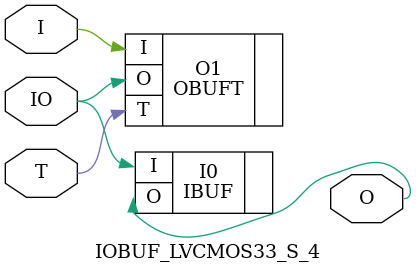
<source format=v>


`timescale  1 ps / 1 ps


module IOBUF_LVCMOS33_S_4 (O, IO, I, T);

    output O;

    inout  IO;

    input  I, T;

        OBUFT #(.IOSTANDARD("LVCMOS33"), .SLEW("SLOW"), .DRIVE(4)) O1 (.O(IO), .I(I), .T(T)); 
	IBUF #(.IOSTANDARD("LVCMOS33"))  I0 (.O(O), .I(IO));
        

endmodule



</source>
